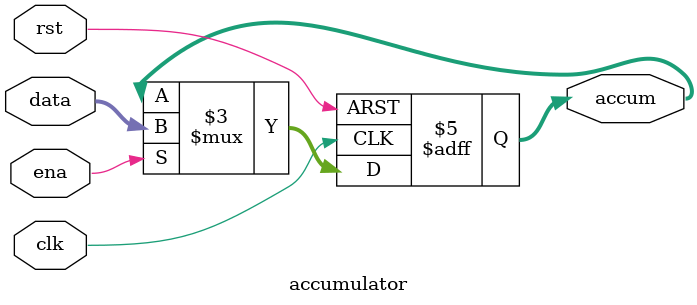
<source format=v>
module accumulator(
	clk,
	rst,
	accum,
	data,
	ena
);

input clk, rst, ena;
input [7:0]data;
output reg[7:0] accum;

always @(posedge clk or negedge rst) begin
	if(!rst) accum <= 8'h0;
	else begin
	//enable控制
		if(ena) accum <= data;
	end
end
	
endmodule
</source>
